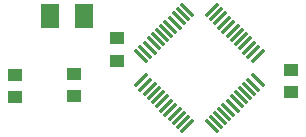
<source format=gbr>
G04 DipTrace 3.0.0.2*
G04 TopPaste.gbr*
%MOIN*%
G04 #@! TF.FileFunction,Paste,Top*
G04 #@! TF.Part,Single*
%AMOUTLINE0*
4,1,4,
-0.016617,-0.024395,
-0.024395,-0.016617,
0.016617,0.024395,
0.024395,0.016617,
-0.016617,-0.024395,
0*%
%AMOUTLINE1*
4,1,4,
-0.024395,0.016617,
-0.016617,0.024395,
0.024395,-0.016617,
0.016617,-0.024395,
-0.024395,0.016617,
0*%
%ADD63R,0.062992X0.080709*%
%ADD65R,0.051181X0.043307*%
%ADD69OUTLINE0*%
%ADD70OUTLINE1*%
%FSLAX26Y26*%
G04*
G70*
G90*
G75*
G01*
G04 TopPaste*
%LPD*%
D65*
X1777559Y944882D3*
Y1019685D3*
D63*
X1553150Y1092520D3*
X1667323D3*
D65*
X2358268Y913386D3*
Y838583D3*
X1633858Y826772D3*
Y901575D3*
X1437008Y822835D3*
Y897638D3*
D69*
X1857890Y878469D3*
X1871810Y864549D3*
X1885730Y850630D3*
X1899648Y836710D3*
X1913568Y822791D3*
X1927487Y808871D3*
X1941407Y794951D3*
X1955327Y781033D3*
X1969245Y767113D3*
X1983165Y753194D3*
X1997084Y739274D3*
X2011004Y725354D3*
D70*
X2092650D3*
X2106570Y739274D3*
X2120488Y753194D3*
X2134408Y767113D3*
X2148327Y781033D3*
X2162247Y794951D3*
X2176167Y808871D3*
X2190085Y822791D3*
X2204005Y836710D3*
X2217924Y850630D3*
X2231844Y864549D3*
X2245764Y878469D3*
D69*
Y960114D3*
X2231844Y974034D3*
X2217924Y987953D3*
X2204005Y1001873D3*
X2190085Y1015791D3*
X2176167Y1029711D3*
X2162247Y1043631D3*
X2148327Y1057550D3*
X2134408Y1071470D3*
X2120488Y1085388D3*
X2106570Y1099308D3*
X2092650Y1113228D3*
D70*
X2011004D3*
X1997084Y1099308D3*
X1983165Y1085388D3*
X1969245Y1071470D3*
X1955327Y1057550D3*
X1941407Y1043631D3*
X1927487Y1029711D3*
X1913568Y1015791D3*
X1899648Y1001873D3*
X1885730Y987953D3*
X1871810Y974034D3*
X1857890Y960114D3*
M02*

</source>
